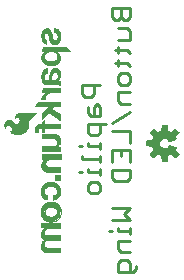
<source format=gbr>
G04 EAGLE Gerber RS-274X export*
G75*
%MOMM*%
%FSLAX34Y34*%
%LPD*%
%INSilkscreen Bottom*%
%IPPOS*%
%AMOC8*
5,1,8,0,0,1.08239X$1,22.5*%
G01*
%ADD10C,0.279400*%
%ADD11C,0.025400*%
%ADD12R,0.485100X0.495300*%

G36*
X144175Y140590D02*
X144175Y140590D01*
X144283Y140604D01*
X144295Y140610D01*
X144309Y140612D01*
X144405Y140664D01*
X144502Y140711D01*
X144512Y140721D01*
X144524Y140727D01*
X144598Y140807D01*
X144675Y140883D01*
X144681Y140895D01*
X144691Y140906D01*
X144736Y141004D01*
X144784Y141101D01*
X144788Y141119D01*
X144792Y141128D01*
X144794Y141149D01*
X144813Y141246D01*
X145256Y145597D01*
X146415Y145968D01*
X146433Y145978D01*
X146530Y146016D01*
X147612Y146573D01*
X151002Y143809D01*
X151096Y143755D01*
X151188Y143698D01*
X151201Y143695D01*
X151213Y143688D01*
X151320Y143667D01*
X151425Y143642D01*
X151439Y143644D01*
X151453Y143641D01*
X151560Y143656D01*
X151668Y143666D01*
X151681Y143672D01*
X151695Y143674D01*
X151792Y143722D01*
X151891Y143767D01*
X151904Y143778D01*
X151913Y143782D01*
X151928Y143798D01*
X152005Y143860D01*
X154590Y146445D01*
X154653Y146534D01*
X154719Y146619D01*
X154724Y146632D01*
X154732Y146644D01*
X154763Y146747D01*
X154799Y146850D01*
X154799Y146864D01*
X154803Y146877D01*
X154799Y146985D01*
X154800Y147094D01*
X154795Y147107D01*
X154795Y147121D01*
X154757Y147223D01*
X154722Y147325D01*
X154713Y147340D01*
X154709Y147349D01*
X154695Y147366D01*
X154641Y147448D01*
X151877Y150838D01*
X152434Y151920D01*
X152451Y151973D01*
X152477Y152022D01*
X152488Y152088D01*
X152509Y152152D01*
X152508Y152208D01*
X152517Y152262D01*
X152506Y152329D01*
X152505Y152396D01*
X152487Y152448D01*
X152478Y152503D01*
X152446Y152563D01*
X152423Y152626D01*
X152389Y152669D01*
X152363Y152719D01*
X152314Y152765D01*
X152272Y152817D01*
X152225Y152848D01*
X152185Y152886D01*
X152080Y152942D01*
X152067Y152950D01*
X152062Y152951D01*
X152055Y152955D01*
X146858Y155108D01*
X146759Y155131D01*
X146661Y155160D01*
X146640Y155159D01*
X146620Y155164D01*
X146519Y155154D01*
X146418Y155149D01*
X146398Y155142D01*
X146377Y155140D01*
X146285Y155098D01*
X146190Y155061D01*
X146174Y155048D01*
X146155Y155039D01*
X146081Y154970D01*
X146003Y154905D01*
X145987Y154882D01*
X145977Y154872D01*
X145965Y154851D01*
X145918Y154784D01*
X145412Y153885D01*
X144768Y153198D01*
X143980Y152683D01*
X143092Y152371D01*
X142155Y152279D01*
X141223Y152412D01*
X140349Y152763D01*
X139584Y153312D01*
X138971Y154026D01*
X138546Y154866D01*
X138332Y155783D01*
X138342Y156724D01*
X138576Y157636D01*
X139019Y158466D01*
X139648Y159167D01*
X140425Y159699D01*
X141306Y160030D01*
X142241Y160143D01*
X143158Y160035D01*
X144026Y159715D01*
X144795Y159201D01*
X145422Y158522D01*
X145917Y157638D01*
X145981Y157558D01*
X146041Y157475D01*
X146057Y157463D01*
X146070Y157447D01*
X146156Y157392D01*
X146239Y157332D01*
X146258Y157326D01*
X146275Y157316D01*
X146374Y157291D01*
X146473Y157261D01*
X146492Y157262D01*
X146512Y157257D01*
X146614Y157266D01*
X146716Y157269D01*
X146741Y157277D01*
X146755Y157278D01*
X146777Y157288D01*
X146858Y157312D01*
X152055Y159465D01*
X152102Y159494D01*
X152154Y159515D01*
X152205Y159558D01*
X152262Y159594D01*
X152297Y159637D01*
X152340Y159673D01*
X152374Y159730D01*
X152417Y159782D01*
X152436Y159834D01*
X152465Y159882D01*
X152479Y159948D01*
X152503Y160011D01*
X152505Y160066D01*
X152516Y160120D01*
X152509Y160187D01*
X152511Y160254D01*
X152495Y160308D01*
X152488Y160363D01*
X152444Y160474D01*
X152440Y160488D01*
X152437Y160492D01*
X152434Y160500D01*
X151877Y161582D01*
X154641Y164972D01*
X154695Y165066D01*
X154752Y165158D01*
X154755Y165171D01*
X154762Y165183D01*
X154783Y165290D01*
X154808Y165395D01*
X154806Y165409D01*
X154809Y165423D01*
X154794Y165530D01*
X154784Y165638D01*
X154778Y165651D01*
X154776Y165665D01*
X154728Y165762D01*
X154683Y165861D01*
X154672Y165874D01*
X154668Y165883D01*
X154652Y165898D01*
X154590Y165975D01*
X152005Y168560D01*
X151916Y168623D01*
X151831Y168689D01*
X151818Y168694D01*
X151806Y168702D01*
X151703Y168733D01*
X151600Y168769D01*
X151586Y168769D01*
X151573Y168773D01*
X151465Y168769D01*
X151356Y168770D01*
X151343Y168765D01*
X151329Y168765D01*
X151227Y168727D01*
X151125Y168692D01*
X151110Y168683D01*
X151101Y168679D01*
X151084Y168665D01*
X151002Y168611D01*
X147612Y165847D01*
X146530Y166404D01*
X146510Y166410D01*
X146415Y166452D01*
X145256Y166823D01*
X144813Y171174D01*
X144785Y171278D01*
X144760Y171384D01*
X144753Y171396D01*
X144750Y171409D01*
X144689Y171499D01*
X144632Y171592D01*
X144621Y171600D01*
X144613Y171612D01*
X144527Y171678D01*
X144443Y171747D01*
X144430Y171751D01*
X144419Y171760D01*
X144316Y171794D01*
X144215Y171833D01*
X144197Y171834D01*
X144188Y171838D01*
X144166Y171838D01*
X144068Y171847D01*
X140412Y171847D01*
X140305Y171830D01*
X140197Y171816D01*
X140185Y171810D01*
X140171Y171808D01*
X140075Y171756D01*
X139978Y171709D01*
X139968Y171699D01*
X139956Y171693D01*
X139882Y171613D01*
X139805Y171537D01*
X139799Y171525D01*
X139789Y171515D01*
X139744Y171416D01*
X139696Y171319D01*
X139692Y171301D01*
X139688Y171292D01*
X139686Y171271D01*
X139667Y171174D01*
X139224Y166823D01*
X138065Y166452D01*
X138047Y166442D01*
X137950Y166404D01*
X136868Y165847D01*
X133478Y168611D01*
X133384Y168665D01*
X133292Y168722D01*
X133279Y168725D01*
X133267Y168732D01*
X133160Y168753D01*
X133055Y168778D01*
X133041Y168776D01*
X133027Y168779D01*
X132920Y168764D01*
X132812Y168754D01*
X132799Y168748D01*
X132786Y168746D01*
X132688Y168698D01*
X132589Y168653D01*
X132576Y168642D01*
X132567Y168638D01*
X132552Y168622D01*
X132475Y168560D01*
X129890Y165975D01*
X129827Y165886D01*
X129761Y165801D01*
X129756Y165788D01*
X129748Y165776D01*
X129717Y165673D01*
X129681Y165570D01*
X129681Y165556D01*
X129677Y165543D01*
X129681Y165435D01*
X129680Y165326D01*
X129685Y165313D01*
X129685Y165299D01*
X129723Y165197D01*
X129758Y165095D01*
X129767Y165080D01*
X129771Y165071D01*
X129785Y165054D01*
X129839Y164972D01*
X132603Y161582D01*
X132046Y160500D01*
X132040Y160480D01*
X131998Y160385D01*
X131627Y159226D01*
X127276Y158783D01*
X127172Y158755D01*
X127066Y158730D01*
X127054Y158723D01*
X127041Y158720D01*
X126951Y158659D01*
X126858Y158602D01*
X126850Y158591D01*
X126838Y158583D01*
X126772Y158497D01*
X126704Y158413D01*
X126699Y158400D01*
X126690Y158389D01*
X126656Y158286D01*
X126617Y158185D01*
X126616Y158167D01*
X126612Y158158D01*
X126613Y158136D01*
X126603Y158038D01*
X126603Y154382D01*
X126620Y154275D01*
X126634Y154167D01*
X126640Y154155D01*
X126642Y154141D01*
X126694Y154045D01*
X126741Y153948D01*
X126751Y153938D01*
X126757Y153926D01*
X126837Y153852D01*
X126913Y153775D01*
X126925Y153769D01*
X126936Y153759D01*
X127034Y153714D01*
X127131Y153666D01*
X127149Y153662D01*
X127158Y153658D01*
X127179Y153656D01*
X127276Y153637D01*
X131627Y153194D01*
X131998Y152035D01*
X132008Y152017D01*
X132046Y151920D01*
X132603Y150838D01*
X129839Y147448D01*
X129785Y147354D01*
X129728Y147262D01*
X129725Y147249D01*
X129718Y147237D01*
X129697Y147130D01*
X129672Y147025D01*
X129674Y147011D01*
X129671Y146997D01*
X129686Y146890D01*
X129696Y146782D01*
X129702Y146769D01*
X129704Y146756D01*
X129752Y146658D01*
X129797Y146559D01*
X129808Y146546D01*
X129812Y146537D01*
X129828Y146522D01*
X129890Y146445D01*
X132475Y143860D01*
X132564Y143797D01*
X132649Y143731D01*
X132662Y143726D01*
X132674Y143718D01*
X132777Y143687D01*
X132880Y143651D01*
X132894Y143651D01*
X132907Y143647D01*
X133015Y143651D01*
X133124Y143650D01*
X133137Y143655D01*
X133151Y143655D01*
X133253Y143693D01*
X133355Y143728D01*
X133370Y143737D01*
X133379Y143741D01*
X133396Y143755D01*
X133478Y143809D01*
X136868Y146573D01*
X137950Y146016D01*
X137970Y146010D01*
X138065Y145968D01*
X139224Y145597D01*
X139667Y141246D01*
X139695Y141142D01*
X139720Y141036D01*
X139727Y141024D01*
X139730Y141011D01*
X139791Y140921D01*
X139848Y140828D01*
X139859Y140820D01*
X139867Y140808D01*
X139953Y140742D01*
X140037Y140674D01*
X140050Y140669D01*
X140061Y140660D01*
X140164Y140626D01*
X140265Y140587D01*
X140283Y140586D01*
X140292Y140582D01*
X140314Y140583D01*
X140412Y140573D01*
X144068Y140573D01*
X144175Y140590D01*
G37*
G36*
X18166Y163115D02*
X18166Y163115D01*
X18178Y163112D01*
X20085Y163400D01*
X20095Y163406D01*
X20107Y163406D01*
X21931Y164034D01*
X21940Y164041D01*
X21952Y164043D01*
X23633Y164990D01*
X23639Y164998D01*
X23650Y165001D01*
X24757Y165886D01*
X24761Y165894D01*
X24770Y165898D01*
X24797Y165926D01*
X25273Y166431D01*
X25742Y166929D01*
X25744Y166935D01*
X25746Y166936D01*
X25748Y166939D01*
X25753Y166943D01*
X26570Y168100D01*
X26572Y168110D01*
X26580Y168118D01*
X27180Y169348D01*
X27181Y169359D01*
X27189Y169369D01*
X27557Y170688D01*
X27555Y170699D01*
X27561Y170710D01*
X27685Y172074D01*
X27684Y172077D01*
X27684Y172078D01*
X27683Y172080D01*
X27685Y172085D01*
X27685Y174360D01*
X27750Y174728D01*
X27877Y175079D01*
X28466Y176069D01*
X29248Y176923D01*
X34730Y181795D01*
X34732Y181799D01*
X34737Y181801D01*
X34753Y181843D01*
X34772Y181884D01*
X34770Y181888D01*
X34772Y181893D01*
X34753Y181934D01*
X34738Y181976D01*
X34733Y181978D01*
X34731Y181982D01*
X34658Y182011D01*
X34647Y182015D01*
X34646Y182015D01*
X19482Y182015D01*
X19477Y182013D01*
X19471Y182015D01*
X18640Y181945D01*
X18629Y181939D01*
X18614Y181940D01*
X17815Y181700D01*
X17805Y181692D01*
X17791Y181690D01*
X17059Y181289D01*
X17051Y181279D01*
X17038Y181274D01*
X16488Y180804D01*
X16483Y180793D01*
X16471Y180786D01*
X16026Y180216D01*
X16023Y180204D01*
X16013Y180194D01*
X15692Y179546D01*
X15691Y179534D01*
X15683Y179522D01*
X15499Y178823D01*
X15501Y178812D01*
X15495Y178801D01*
X15422Y177861D01*
X15425Y177852D01*
X15422Y177841D01*
X15495Y176901D01*
X15497Y176897D01*
X15496Y176891D01*
X15572Y176408D01*
X15597Y176369D01*
X15618Y176329D01*
X15622Y176328D01*
X15624Y176325D01*
X15669Y176315D01*
X15713Y176303D01*
X15717Y176305D01*
X15721Y176304D01*
X15759Y176329D01*
X15798Y176353D01*
X15799Y176357D01*
X15803Y176359D01*
X15811Y176400D01*
X15823Y176440D01*
X15807Y176598D01*
X15835Y176736D01*
X15906Y176869D01*
X16505Y177693D01*
X16603Y177794D01*
X16619Y177811D01*
X16757Y177883D01*
X17172Y177976D01*
X17600Y177976D01*
X18016Y177883D01*
X18420Y177677D01*
X18748Y177364D01*
X19113Y176758D01*
X19320Y176080D01*
X19355Y175369D01*
X19258Y174759D01*
X19060Y174173D01*
X18767Y173630D01*
X18402Y173205D01*
X17942Y172890D01*
X17417Y172704D01*
X16861Y172661D01*
X16313Y172763D01*
X15810Y173003D01*
X15375Y173373D01*
X13834Y174826D01*
X13824Y174829D01*
X13818Y174838D01*
X12060Y176025D01*
X12047Y176027D01*
X12037Y176037D01*
X11349Y176317D01*
X11334Y176316D01*
X11319Y176325D01*
X10584Y176424D01*
X10569Y176420D01*
X10552Y176425D01*
X9815Y176338D01*
X9802Y176330D01*
X9784Y176330D01*
X9092Y176063D01*
X9081Y176052D01*
X9064Y176048D01*
X8461Y175617D01*
X8454Y175607D01*
X8442Y175601D01*
X8294Y175445D01*
X8294Y175444D01*
X8055Y175192D01*
X7817Y174940D01*
X7816Y174940D01*
X7784Y174905D01*
X7781Y174897D01*
X7773Y174892D01*
X7213Y174115D01*
X7210Y174105D01*
X7202Y174097D01*
X6814Y173317D01*
X6813Y173305D01*
X6805Y173294D01*
X6574Y172454D01*
X6575Y172442D01*
X6569Y172430D01*
X6503Y171562D01*
X6507Y171552D01*
X6503Y171540D01*
X6589Y170640D01*
X6593Y170631D01*
X6592Y170621D01*
X6812Y169743D01*
X6818Y169735D01*
X6819Y169723D01*
X6920Y169495D01*
X7072Y169139D01*
X7072Y169138D01*
X7293Y168634D01*
X7304Y168624D01*
X7309Y168607D01*
X7647Y168172D01*
X7654Y168169D01*
X7658Y168161D01*
X7683Y168136D01*
X7684Y168133D01*
X7776Y168098D01*
X7865Y168139D01*
X7898Y168224D01*
X7898Y168827D01*
X7956Y169338D01*
X8094Y169828D01*
X8349Y170309D01*
X8719Y170704D01*
X9179Y170990D01*
X9698Y171147D01*
X10001Y171159D01*
X10301Y171100D01*
X10795Y170894D01*
X11253Y170611D01*
X11663Y170260D01*
X12017Y169848D01*
X12668Y168946D01*
X12917Y168458D01*
X13015Y167929D01*
X12957Y167390D01*
X12892Y167216D01*
X12643Y166855D01*
X12304Y166581D01*
X12202Y166537D01*
X12081Y166521D01*
X11201Y166521D01*
X11160Y166504D01*
X11118Y166490D01*
X11116Y166485D01*
X11110Y166483D01*
X11094Y166442D01*
X11075Y166402D01*
X11077Y166396D01*
X11075Y166391D01*
X11087Y166364D01*
X11103Y166315D01*
X12024Y165189D01*
X12036Y165183D01*
X12043Y165171D01*
X13180Y164264D01*
X13191Y164261D01*
X13199Y164252D01*
X14133Y163750D01*
X14143Y163749D01*
X14151Y163743D01*
X15149Y163385D01*
X15158Y163385D01*
X15167Y163380D01*
X16206Y163173D01*
X16217Y163175D01*
X16227Y163171D01*
X18155Y163111D01*
X18166Y163115D01*
G37*
G36*
X48216Y221641D02*
X48216Y221641D01*
X48226Y221646D01*
X48238Y221644D01*
X49614Y221967D01*
X49623Y221974D01*
X49635Y221974D01*
X50935Y222530D01*
X50943Y222538D01*
X50954Y222540D01*
X52139Y223312D01*
X52145Y223321D01*
X52156Y223326D01*
X52863Y223983D01*
X52867Y223993D01*
X52877Y223999D01*
X53462Y224767D01*
X53464Y224778D01*
X53473Y224785D01*
X53919Y225641D01*
X53920Y225652D01*
X53928Y225661D01*
X54222Y226580D01*
X54221Y226590D01*
X54227Y226600D01*
X54416Y227812D01*
X54414Y227821D01*
X54417Y227830D01*
X54434Y229057D01*
X54431Y229065D01*
X54433Y229075D01*
X54278Y230292D01*
X54273Y230302D01*
X54273Y230314D01*
X54009Y231158D01*
X54001Y231168D01*
X53998Y231183D01*
X53561Y231952D01*
X53551Y231960D01*
X53546Y231974D01*
X52956Y232634D01*
X52944Y232640D01*
X52936Y232652D01*
X52220Y233172D01*
X52218Y233173D01*
X63322Y233173D01*
X63366Y233191D01*
X63410Y233208D01*
X63410Y233210D01*
X63413Y233211D01*
X63430Y233255D01*
X63448Y233299D01*
X63447Y233301D01*
X63448Y233303D01*
X63439Y233324D01*
X63416Y233384D01*
X59682Y237524D01*
X59676Y237526D01*
X59673Y237532D01*
X59613Y237556D01*
X59593Y237565D01*
X59590Y237564D01*
X59588Y237565D01*
X39014Y237565D01*
X38977Y237550D01*
X38938Y237540D01*
X38932Y237531D01*
X38923Y237527D01*
X38912Y237499D01*
X38890Y237463D01*
X38154Y233577D01*
X38157Y233562D01*
X38152Y233547D01*
X38167Y233515D01*
X38175Y233480D01*
X38188Y233472D01*
X38194Y233459D01*
X38233Y233444D01*
X38258Y233428D01*
X38269Y233431D01*
X38280Y233427D01*
X40197Y233451D01*
X40048Y233317D01*
X40047Y233316D01*
X40046Y233316D01*
X39081Y232427D01*
X39079Y232421D01*
X39072Y232417D01*
X38771Y232074D01*
X38767Y232063D01*
X38757Y232055D01*
X38524Y231661D01*
X38523Y231652D01*
X38516Y231644D01*
X37983Y230323D01*
X37983Y230312D01*
X37977Y230302D01*
X37875Y229820D01*
X37877Y229808D01*
X37872Y229796D01*
X37847Y227815D01*
X37851Y227804D01*
X37849Y227792D01*
X38032Y226707D01*
X38039Y226697D01*
X38039Y226683D01*
X38439Y225658D01*
X38447Y225651D01*
X38449Y225639D01*
X38990Y224737D01*
X38996Y224732D01*
X38999Y224723D01*
X39652Y223899D01*
X39662Y223893D01*
X39667Y223883D01*
X40557Y223091D01*
X40570Y223087D01*
X40579Y223075D01*
X41620Y222496D01*
X41632Y222494D01*
X41643Y222486D01*
X43756Y221812D01*
X43767Y221813D01*
X43778Y221807D01*
X45978Y221524D01*
X45989Y221527D01*
X46001Y221523D01*
X48216Y221641D01*
G37*
G36*
X53977Y63502D02*
X53977Y63502D01*
X53979Y63501D01*
X54022Y63521D01*
X54066Y63539D01*
X54066Y63541D01*
X54068Y63542D01*
X54101Y63627D01*
X54101Y67869D01*
X54100Y67871D01*
X54101Y67873D01*
X54081Y67916D01*
X54063Y67960D01*
X54061Y67960D01*
X54060Y67962D01*
X53975Y67995D01*
X43696Y67995D01*
X42816Y68102D01*
X41994Y68414D01*
X41611Y68675D01*
X41297Y69018D01*
X41071Y69424D01*
X40943Y69872D01*
X40875Y70776D01*
X40967Y71679D01*
X41093Y72089D01*
X41303Y72461D01*
X41589Y72779D01*
X42117Y73164D01*
X42712Y73437D01*
X43351Y73586D01*
X44454Y73661D01*
X53975Y73661D01*
X53977Y73662D01*
X53979Y73661D01*
X54022Y73681D01*
X54066Y73699D01*
X54066Y73701D01*
X54068Y73702D01*
X54101Y73787D01*
X54101Y78105D01*
X54100Y78107D01*
X54101Y78109D01*
X54081Y78152D01*
X54063Y78196D01*
X54061Y78196D01*
X54060Y78198D01*
X53975Y78231D01*
X43416Y78231D01*
X42753Y78311D01*
X42134Y78542D01*
X41587Y78912D01*
X41269Y79259D01*
X41036Y79668D01*
X40900Y80118D01*
X40869Y80595D01*
X40918Y81443D01*
X41000Y81883D01*
X41178Y82287D01*
X41444Y82642D01*
X42388Y83461D01*
X42926Y83745D01*
X43517Y83876D01*
X44139Y83846D01*
X44142Y83847D01*
X44145Y83846D01*
X53950Y83846D01*
X53952Y83847D01*
X53954Y83846D01*
X53997Y83866D01*
X54041Y83884D01*
X54041Y83886D01*
X54043Y83887D01*
X54076Y83972D01*
X54076Y88290D01*
X54075Y88292D01*
X54076Y88294D01*
X54056Y88337D01*
X54038Y88381D01*
X54036Y88381D01*
X54035Y88383D01*
X53950Y88416D01*
X37897Y88416D01*
X37895Y88415D01*
X37893Y88416D01*
X37850Y88396D01*
X37806Y88378D01*
X37806Y88376D01*
X37804Y88375D01*
X37771Y88290D01*
X37771Y84303D01*
X37772Y84301D01*
X37771Y84299D01*
X37791Y84256D01*
X37809Y84212D01*
X37811Y84212D01*
X37812Y84210D01*
X37897Y84177D01*
X39950Y84177D01*
X39943Y84146D01*
X39547Y83844D01*
X39544Y83838D01*
X39536Y83835D01*
X38749Y83073D01*
X38746Y83065D01*
X38739Y83061D01*
X38127Y82299D01*
X38123Y82285D01*
X38110Y82273D01*
X37706Y81383D01*
X37706Y81371D01*
X37698Y81360D01*
X37444Y80268D01*
X37446Y80259D01*
X37441Y80251D01*
X37314Y78879D01*
X37317Y78869D01*
X37314Y78858D01*
X37384Y77901D01*
X37389Y77891D01*
X37388Y77889D01*
X37389Y77887D01*
X37388Y77876D01*
X37649Y76953D01*
X37656Y76943D01*
X37658Y76930D01*
X38061Y76140D01*
X38070Y76132D01*
X38074Y76119D01*
X38620Y75421D01*
X38631Y75415D01*
X38637Y75403D01*
X39306Y74821D01*
X39318Y74818D01*
X39326Y74807D01*
X39984Y74427D01*
X39942Y74385D01*
X39461Y73930D01*
X39460Y73927D01*
X39457Y73926D01*
X38698Y73138D01*
X38695Y73129D01*
X38686Y73124D01*
X38048Y72235D01*
X38046Y72224D01*
X38038Y72216D01*
X37644Y71411D01*
X37644Y71399D01*
X37636Y71388D01*
X37404Y70523D01*
X37406Y70511D01*
X37400Y70499D01*
X37339Y69605D01*
X37342Y69596D01*
X37339Y69585D01*
X37446Y68306D01*
X37450Y68299D01*
X37448Y68292D01*
X37697Y67032D01*
X37703Y67023D01*
X37703Y67011D01*
X38029Y66145D01*
X38039Y66135D01*
X38042Y66120D01*
X38549Y65346D01*
X38561Y65339D01*
X38567Y65325D01*
X39231Y64679D01*
X39242Y64675D01*
X39245Y64670D01*
X39248Y64669D01*
X39252Y64663D01*
X40191Y64075D01*
X40204Y64073D01*
X40214Y64063D01*
X41253Y63677D01*
X41266Y63678D01*
X41278Y63671D01*
X42374Y63502D01*
X42383Y63505D01*
X42393Y63501D01*
X53975Y63501D01*
X53977Y63502D01*
G37*
G36*
X53978Y204863D02*
X53978Y204863D01*
X54004Y204864D01*
X54021Y204883D01*
X54043Y204893D01*
X54054Y204920D01*
X54070Y204938D01*
X54068Y204957D01*
X54076Y204978D01*
X54076Y209012D01*
X54079Y209048D01*
X54070Y209076D01*
X54066Y209116D01*
X54047Y209153D01*
X54025Y209172D01*
X54001Y209204D01*
X53965Y209226D01*
X53948Y209228D01*
X53932Y209240D01*
X53652Y209316D01*
X53649Y209315D01*
X53646Y209317D01*
X52617Y209544D01*
X52594Y209554D01*
X52588Y209560D01*
X52586Y209568D01*
X52587Y209577D01*
X52603Y209601D01*
X53306Y210428D01*
X53310Y210439D01*
X53320Y210448D01*
X53860Y211399D01*
X53861Y211410D01*
X53870Y211420D01*
X54222Y212455D01*
X54221Y212467D01*
X54227Y212477D01*
X54468Y214095D01*
X54465Y214105D01*
X54469Y214116D01*
X54431Y215751D01*
X54426Y215762D01*
X54428Y215776D01*
X54120Y217148D01*
X54112Y217159D01*
X54111Y217174D01*
X53505Y218443D01*
X53495Y218452D01*
X53491Y218466D01*
X53149Y218914D01*
X53139Y218920D01*
X53133Y218932D01*
X52713Y219309D01*
X52702Y219313D01*
X52694Y219323D01*
X52211Y219615D01*
X52200Y219617D01*
X52190Y219625D01*
X51197Y219998D01*
X51186Y219998D01*
X51175Y220004D01*
X50131Y220193D01*
X50120Y220190D01*
X50108Y220195D01*
X49047Y220192D01*
X49035Y220187D01*
X49020Y220189D01*
X48079Y219983D01*
X48067Y219974D01*
X48050Y219973D01*
X47188Y219544D01*
X47179Y219534D01*
X47164Y219529D01*
X46555Y219031D01*
X46549Y219020D01*
X46537Y219013D01*
X46039Y218403D01*
X46036Y218391D01*
X46025Y218382D01*
X45659Y217686D01*
X45658Y217675D01*
X45651Y217666D01*
X45167Y216181D01*
X45168Y216173D01*
X45163Y216164D01*
X44885Y214627D01*
X44886Y214623D01*
X44883Y214618D01*
X44655Y212412D01*
X44429Y211106D01*
X44264Y210637D01*
X44018Y210209D01*
X43757Y209925D01*
X43670Y209865D01*
X43573Y209823D01*
X43052Y209712D01*
X42521Y209712D01*
X42000Y209823D01*
X41686Y209962D01*
X41407Y210161D01*
X41173Y210414D01*
X40980Y210728D01*
X40852Y211074D01*
X40791Y211443D01*
X40741Y212798D01*
X40795Y213385D01*
X40960Y213946D01*
X41215Y214410D01*
X41571Y214800D01*
X42009Y215095D01*
X42504Y215279D01*
X43036Y215342D01*
X43078Y215342D01*
X43080Y215343D01*
X43082Y215342D01*
X43125Y215362D01*
X43169Y215380D01*
X43169Y215382D01*
X43171Y215383D01*
X43204Y215468D01*
X43204Y219609D01*
X43206Y219610D01*
X43216Y219652D01*
X43230Y219694D01*
X43227Y219700D01*
X43228Y219706D01*
X43212Y219731D01*
X43192Y219776D01*
X43166Y219801D01*
X43123Y219817D01*
X43074Y219836D01*
X43031Y219816D01*
X42988Y219797D01*
X42097Y219675D01*
X42086Y219669D01*
X42071Y219669D01*
X41130Y219335D01*
X41120Y219326D01*
X41106Y219323D01*
X40253Y218804D01*
X40245Y218793D01*
X40232Y218788D01*
X39502Y218105D01*
X39497Y218093D01*
X39485Y218085D01*
X38911Y217268D01*
X38908Y217256D01*
X38899Y217247D01*
X38370Y216089D01*
X38370Y216079D01*
X38363Y216070D01*
X38029Y214841D01*
X38030Y214832D01*
X38026Y214823D01*
X37812Y213083D01*
X37815Y213075D01*
X37812Y213067D01*
X37820Y211313D01*
X37823Y211306D01*
X37821Y211297D01*
X38051Y209558D01*
X38056Y209550D01*
X38055Y209539D01*
X38480Y208125D01*
X38488Y208116D01*
X38489Y208102D01*
X39183Y206799D01*
X39193Y206790D01*
X39198Y206776D01*
X39681Y206214D01*
X39695Y206207D01*
X39704Y206193D01*
X40309Y205766D01*
X40324Y205763D01*
X40336Y205751D01*
X41027Y205484D01*
X41042Y205485D01*
X41057Y205477D01*
X41793Y205386D01*
X41800Y205388D01*
X41808Y205385D01*
X46634Y205385D01*
X46636Y205386D01*
X46638Y205385D01*
X46653Y205392D01*
X46737Y205360D01*
X51075Y205385D01*
X52412Y205283D01*
X53707Y204934D01*
X53906Y204860D01*
X53931Y204861D01*
X53954Y204852D01*
X53978Y204863D01*
G37*
G36*
X54015Y175418D02*
X54015Y175418D01*
X54027Y175416D01*
X54058Y175438D01*
X54094Y175455D01*
X54098Y175466D01*
X54107Y175472D01*
X54112Y175502D01*
X54126Y175540D01*
X54101Y180620D01*
X54094Y180637D01*
X54096Y180655D01*
X54074Y180684D01*
X54062Y180710D01*
X54050Y180715D01*
X54040Y180727D01*
X47062Y184960D01*
X47268Y185172D01*
X47390Y185299D01*
X47513Y185425D01*
X47881Y185804D01*
X48004Y185930D01*
X48127Y186056D01*
X48495Y186435D01*
X48617Y186561D01*
X48669Y186615D01*
X54077Y186615D01*
X54079Y186616D01*
X54081Y186615D01*
X54124Y186635D01*
X54168Y186653D01*
X54168Y186655D01*
X54170Y186656D01*
X54203Y186741D01*
X54203Y190881D01*
X54202Y190884D01*
X54203Y190887D01*
X54166Y190970D01*
X54115Y191021D01*
X54112Y191023D01*
X54111Y191025D01*
X54026Y191058D01*
X34696Y191058D01*
X34677Y191050D01*
X34657Y191052D01*
X34630Y191031D01*
X34605Y191020D01*
X34600Y191006D01*
X34586Y190995D01*
X32224Y186855D01*
X32220Y186820D01*
X32208Y186788D01*
X32215Y186773D01*
X32213Y186757D01*
X32235Y186730D01*
X32249Y186699D01*
X32265Y186692D01*
X32275Y186680D01*
X32302Y186678D01*
X32334Y186666D01*
X43764Y186666D01*
X38290Y181191D01*
X38289Y181188D01*
X38286Y181187D01*
X38253Y181102D01*
X38253Y176428D01*
X38253Y176426D01*
X38253Y176425D01*
X38273Y176381D01*
X38291Y176337D01*
X38293Y176337D01*
X38294Y176335D01*
X38338Y176319D01*
X38383Y176302D01*
X38385Y176303D01*
X38386Y176302D01*
X38469Y176340D01*
X44035Y182031D01*
X53930Y175434D01*
X53968Y175427D01*
X54005Y175413D01*
X54015Y175418D01*
G37*
G36*
X53977Y149202D02*
X53977Y149202D01*
X53979Y149201D01*
X54022Y149221D01*
X54066Y149239D01*
X54066Y149241D01*
X54068Y149242D01*
X54101Y149327D01*
X54101Y153340D01*
X54100Y153342D01*
X54101Y153344D01*
X54081Y153387D01*
X54063Y153431D01*
X54061Y153431D01*
X54060Y153433D01*
X53975Y153466D01*
X51918Y153466D01*
X52559Y153973D01*
X52563Y153981D01*
X52572Y153985D01*
X52621Y154037D01*
X52741Y154163D01*
X52861Y154289D01*
X52980Y154415D01*
X53100Y154542D01*
X53220Y154668D01*
X53340Y154794D01*
X53357Y154812D01*
X53360Y154821D01*
X53368Y154826D01*
X54027Y155756D01*
X54029Y155765D01*
X54037Y155773D01*
X54160Y156018D01*
X54160Y156029D01*
X54167Y156038D01*
X54248Y156300D01*
X54247Y156309D01*
X54252Y156318D01*
X54476Y157796D01*
X54473Y157804D01*
X54477Y157812D01*
X54507Y159306D01*
X54503Y159316D01*
X54506Y159327D01*
X54359Y160360D01*
X54353Y160371D01*
X54353Y160384D01*
X54010Y161370D01*
X54002Y161379D01*
X54000Y161392D01*
X53474Y162294D01*
X53464Y162301D01*
X53459Y162314D01*
X53231Y162568D01*
X53220Y162574D01*
X53212Y162585D01*
X52327Y163246D01*
X52316Y163248D01*
X52307Y163258D01*
X51317Y163746D01*
X51305Y163746D01*
X51295Y163754D01*
X50232Y164054D01*
X50221Y164052D01*
X50209Y164058D01*
X49110Y164159D01*
X49104Y164157D01*
X49098Y164159D01*
X38303Y164159D01*
X38301Y164158D01*
X38299Y164159D01*
X38256Y164139D01*
X38212Y164121D01*
X38212Y164119D01*
X38210Y164118D01*
X38177Y164033D01*
X38177Y159893D01*
X38178Y159891D01*
X38177Y159889D01*
X38197Y159846D01*
X38215Y159802D01*
X38217Y159802D01*
X38218Y159800D01*
X38303Y159767D01*
X48300Y159767D01*
X49130Y159618D01*
X49898Y159275D01*
X50260Y159003D01*
X50561Y158662D01*
X50786Y158267D01*
X51009Y157578D01*
X51089Y156859D01*
X51022Y156138D01*
X50810Y155447D01*
X50522Y154937D01*
X50125Y154506D01*
X49640Y154179D01*
X49090Y153970D01*
X47886Y153745D01*
X46656Y153669D01*
X38354Y153669D01*
X38352Y153668D01*
X38350Y153669D01*
X38307Y153649D01*
X38263Y153631D01*
X38263Y153629D01*
X38261Y153628D01*
X38228Y153543D01*
X38228Y149327D01*
X38229Y149325D01*
X38228Y149323D01*
X38248Y149280D01*
X38266Y149236D01*
X38268Y149236D01*
X38269Y149234D01*
X38354Y149201D01*
X53975Y149201D01*
X53977Y149202D01*
G37*
G36*
X53952Y132057D02*
X53952Y132057D01*
X53954Y132056D01*
X53997Y132076D01*
X54041Y132094D01*
X54041Y132096D01*
X54043Y132097D01*
X54076Y132182D01*
X54076Y136271D01*
X54075Y136273D01*
X54076Y136275D01*
X54056Y136318D01*
X54038Y136362D01*
X54036Y136362D01*
X54035Y136364D01*
X53950Y136397D01*
X44304Y136397D01*
X43586Y136462D01*
X42898Y136653D01*
X42256Y136963D01*
X41869Y137259D01*
X41560Y137633D01*
X41343Y138068D01*
X41266Y138368D01*
X41249Y138684D01*
X41299Y139789D01*
X41386Y140345D01*
X41590Y140861D01*
X41904Y141318D01*
X42473Y141835D01*
X43152Y142198D01*
X43902Y142415D01*
X44685Y142495D01*
X54051Y142495D01*
X54053Y142496D01*
X54055Y142495D01*
X54098Y142515D01*
X54142Y142533D01*
X54142Y142535D01*
X54144Y142536D01*
X54177Y142621D01*
X54177Y146837D01*
X54176Y146839D01*
X54177Y146841D01*
X54157Y146884D01*
X54139Y146928D01*
X54137Y146928D01*
X54136Y146930D01*
X54051Y146963D01*
X38329Y146963D01*
X38327Y146962D01*
X38325Y146963D01*
X38282Y146943D01*
X38238Y146925D01*
X38238Y146923D01*
X38236Y146922D01*
X38203Y146837D01*
X38203Y142799D01*
X38204Y142797D01*
X38203Y142795D01*
X38223Y142752D01*
X38241Y142708D01*
X38243Y142708D01*
X38244Y142706D01*
X38329Y142673D01*
X40397Y142673D01*
X40368Y142631D01*
X40232Y142517D01*
X39854Y142240D01*
X39852Y142236D01*
X39847Y142234D01*
X39374Y141832D01*
X39370Y141825D01*
X39362Y141821D01*
X38946Y141360D01*
X38943Y141350D01*
X38933Y141342D01*
X38366Y140444D01*
X38363Y140431D01*
X38354Y140420D01*
X37985Y139424D01*
X37985Y139411D01*
X37978Y139398D01*
X37823Y138346D01*
X37826Y138336D01*
X37822Y138325D01*
X37830Y137986D01*
X37830Y137985D01*
X37852Y137102D01*
X37862Y136723D01*
X37872Y136319D01*
X37876Y136309D01*
X37874Y136296D01*
X38080Y135319D01*
X38088Y135307D01*
X38089Y135291D01*
X38511Y134386D01*
X38522Y134377D01*
X38526Y134362D01*
X39144Y133577D01*
X39155Y133571D01*
X39161Y133559D01*
X39736Y133070D01*
X39747Y133067D01*
X39754Y133057D01*
X40403Y132673D01*
X40414Y132671D01*
X40423Y132663D01*
X41128Y132394D01*
X41137Y132394D01*
X41146Y132389D01*
X42253Y132149D01*
X42262Y132151D01*
X42270Y132147D01*
X43399Y132056D01*
X43404Y132058D01*
X43409Y132056D01*
X53950Y132056D01*
X53952Y132057D01*
G37*
G36*
X47564Y90248D02*
X47564Y90248D01*
X47572Y90252D01*
X47583Y90251D01*
X50047Y90937D01*
X50061Y90948D01*
X50080Y90952D01*
X51375Y91765D01*
X51384Y91777D01*
X51399Y91785D01*
X52542Y92979D01*
X52546Y92988D01*
X52554Y92993D01*
X53341Y94110D01*
X53345Y94127D01*
X53357Y94142D01*
X53992Y95996D01*
X53991Y96010D01*
X53999Y96024D01*
X54253Y98539D01*
X54248Y98553D01*
X54252Y98569D01*
X53846Y101566D01*
X53834Y101587D01*
X53828Y101616D01*
X52050Y104461D01*
X52038Y104470D01*
X52033Y104479D01*
X52024Y104482D01*
X52011Y104500D01*
X49522Y106100D01*
X49499Y106104D01*
X49474Y106119D01*
X45588Y106729D01*
X45566Y106723D01*
X45540Y106727D01*
X41984Y105914D01*
X41963Y105899D01*
X41934Y105890D01*
X39216Y103756D01*
X39204Y103734D01*
X39181Y103713D01*
X37504Y100335D01*
X37503Y100315D01*
X37492Y100294D01*
X37315Y98821D01*
X37317Y98814D01*
X37314Y98806D01*
X37314Y98755D01*
X37322Y98735D01*
X37323Y98709D01*
X37373Y98582D01*
X37393Y98561D01*
X37405Y98535D01*
X37427Y98526D01*
X37442Y98511D01*
X37465Y98512D01*
X37490Y98502D01*
X40411Y98502D01*
X40451Y98519D01*
X40492Y98531D01*
X40496Y98538D01*
X40502Y98540D01*
X40513Y98568D01*
X40536Y98611D01*
X40686Y99706D01*
X41321Y100854D01*
X42405Y101642D01*
X43294Y102038D01*
X44768Y102312D01*
X46627Y102363D01*
X47876Y102188D01*
X49024Y101813D01*
X50051Y101275D01*
X51059Y99627D01*
X51281Y97879D01*
X50689Y96128D01*
X49708Y95049D01*
X48498Y94506D01*
X46950Y94131D01*
X45525Y94131D01*
X43596Y94382D01*
X41984Y95126D01*
X41175Y95960D01*
X40662Y96913D01*
X40563Y98100D01*
X40563Y98196D01*
X40562Y98199D01*
X40563Y98202D01*
X40543Y98244D01*
X40525Y98287D01*
X40522Y98288D01*
X40520Y98291D01*
X40435Y98322D01*
X40433Y98322D01*
X37463Y98272D01*
X37454Y98268D01*
X37445Y98271D01*
X37410Y98249D01*
X37373Y98232D01*
X37370Y98224D01*
X37362Y98219D01*
X37349Y98167D01*
X37339Y98140D01*
X37341Y98135D01*
X37340Y98130D01*
X37594Y96123D01*
X37600Y96112D01*
X37600Y96098D01*
X38159Y94472D01*
X38170Y94460D01*
X38174Y94441D01*
X39545Y92460D01*
X39558Y92452D01*
X39567Y92436D01*
X40837Y91344D01*
X40853Y91339D01*
X40868Y91325D01*
X43205Y90284D01*
X43222Y90283D01*
X43240Y90274D01*
X45425Y89994D01*
X45440Y89998D01*
X45456Y89994D01*
X47564Y90248D01*
G37*
G36*
X50174Y239472D02*
X50174Y239472D01*
X50182Y239476D01*
X50192Y239475D01*
X50856Y239618D01*
X50866Y239624D01*
X50879Y239625D01*
X51504Y239891D01*
X51513Y239899D01*
X51525Y239902D01*
X52089Y240281D01*
X52096Y240291D01*
X52107Y240296D01*
X52850Y241022D01*
X52854Y241032D01*
X52865Y241038D01*
X53471Y241882D01*
X53473Y241892D01*
X53482Y241901D01*
X53933Y242836D01*
X53934Y242847D01*
X53941Y242857D01*
X54224Y243857D01*
X54222Y243865D01*
X54227Y243874D01*
X54409Y245188D01*
X54408Y245195D01*
X54410Y245201D01*
X54457Y246528D01*
X54455Y246534D01*
X54457Y246541D01*
X54279Y249107D01*
X54274Y249116D01*
X54276Y249126D01*
X54064Y250047D01*
X54056Y250058D01*
X54055Y250072D01*
X53658Y250929D01*
X53651Y250935D01*
X53649Y250944D01*
X52887Y252138D01*
X52881Y252143D01*
X52878Y252151D01*
X52447Y252666D01*
X52436Y252671D01*
X52430Y252683D01*
X51906Y253103D01*
X51895Y253107D01*
X51886Y253117D01*
X51290Y253426D01*
X51281Y253427D01*
X51273Y253434D01*
X50003Y253866D01*
X49993Y253865D01*
X49984Y253870D01*
X49400Y253972D01*
X49393Y253971D01*
X49387Y253974D01*
X49031Y253999D01*
X49024Y253997D01*
X49018Y253999D01*
X48992Y253987D01*
X48962Y253984D01*
X48961Y253983D01*
X48960Y253983D01*
X48951Y253972D01*
X48938Y253967D01*
X48935Y253961D01*
X48929Y253958D01*
X48917Y253928D01*
X48901Y253908D01*
X48901Y253906D01*
X48900Y253905D01*
X48901Y253890D01*
X48896Y253878D01*
X48897Y253876D01*
X48896Y253873D01*
X48896Y250012D01*
X48897Y250010D01*
X48896Y250008D01*
X48916Y249965D01*
X48934Y249921D01*
X48936Y249921D01*
X48937Y249919D01*
X49022Y249886D01*
X49069Y249886D01*
X49566Y249857D01*
X50028Y249711D01*
X50442Y249455D01*
X50885Y249013D01*
X51222Y248486D01*
X51439Y247899D01*
X51512Y247337D01*
X51512Y246007D01*
X51438Y245404D01*
X51241Y244837D01*
X50929Y244324D01*
X50839Y244233D01*
X50714Y244107D01*
X50645Y244037D01*
X50300Y243828D01*
X49915Y243711D01*
X49511Y243694D01*
X49116Y243779D01*
X48754Y243960D01*
X48450Y244225D01*
X48219Y244561D01*
X47749Y245668D01*
X47443Y246841D01*
X46580Y250473D01*
X46575Y250480D01*
X46575Y250489D01*
X46269Y251297D01*
X46263Y251304D01*
X46261Y251314D01*
X45834Y252065D01*
X45827Y252071D01*
X45823Y252081D01*
X45286Y252758D01*
X45276Y252763D01*
X45270Y252774D01*
X44885Y253111D01*
X44872Y253115D01*
X44863Y253126D01*
X44416Y253375D01*
X44403Y253376D01*
X44392Y253385D01*
X43903Y253537D01*
X43891Y253535D01*
X43878Y253542D01*
X42742Y253647D01*
X42729Y253644D01*
X42716Y253647D01*
X41582Y253518D01*
X41571Y253512D01*
X41557Y253513D01*
X40473Y253155D01*
X40464Y253147D01*
X40450Y253145D01*
X39928Y252846D01*
X39921Y252836D01*
X39908Y252831D01*
X39453Y252437D01*
X39448Y252426D01*
X39437Y252419D01*
X39067Y251943D01*
X39064Y251932D01*
X39055Y251923D01*
X38401Y250642D01*
X38400Y250631D01*
X38393Y250621D01*
X37982Y249243D01*
X37983Y249232D01*
X37977Y249220D01*
X37822Y247791D01*
X37824Y247784D01*
X37822Y247777D01*
X37822Y245974D01*
X37824Y245968D01*
X37822Y245961D01*
X37962Y244568D01*
X37967Y244559D01*
X37966Y244548D01*
X38334Y243197D01*
X38342Y243188D01*
X38343Y243174D01*
X38881Y242077D01*
X38891Y242068D01*
X38895Y242054D01*
X39652Y241095D01*
X39662Y241089D01*
X39668Y241078D01*
X40063Y240730D01*
X40072Y240727D01*
X40078Y240718D01*
X40520Y240432D01*
X40530Y240430D01*
X40537Y240423D01*
X41325Y240067D01*
X41330Y240067D01*
X41334Y240063D01*
X41892Y239860D01*
X41926Y239862D01*
X41960Y239855D01*
X41974Y239864D01*
X41986Y239855D01*
X41992Y239857D01*
X41999Y239853D01*
X42710Y239777D01*
X42718Y239780D01*
X42727Y239777D01*
X42764Y239794D01*
X42804Y239806D01*
X42808Y239814D01*
X42816Y239818D01*
X42836Y239868D01*
X42849Y239894D01*
X42847Y239898D01*
X42849Y239903D01*
X42849Y243789D01*
X42831Y243833D01*
X42813Y243877D01*
X42812Y243878D01*
X42811Y243880D01*
X42792Y243887D01*
X42731Y243915D01*
X42471Y243931D01*
X42228Y243986D01*
X41876Y244136D01*
X41563Y244354D01*
X41299Y244630D01*
X41028Y245052D01*
X40839Y245519D01*
X40741Y246015D01*
X40697Y246863D01*
X40741Y247711D01*
X40826Y248160D01*
X40983Y248584D01*
X41178Y248885D01*
X41446Y249118D01*
X41788Y249273D01*
X42160Y249321D01*
X42529Y249256D01*
X42890Y249072D01*
X43183Y248789D01*
X43599Y248114D01*
X43871Y247362D01*
X44275Y245339D01*
X44276Y245338D01*
X44276Y245337D01*
X44657Y243614D01*
X44662Y243607D01*
X44662Y243598D01*
X45272Y241942D01*
X45278Y241936D01*
X45279Y241926D01*
X45684Y241170D01*
X45691Y241164D01*
X45694Y241155D01*
X46202Y240463D01*
X46212Y240458D01*
X46217Y240446D01*
X46567Y240114D01*
X46579Y240109D01*
X46588Y240098D01*
X47000Y239846D01*
X47014Y239844D01*
X47026Y239834D01*
X48029Y239497D01*
X48044Y239498D01*
X48058Y239490D01*
X49113Y239396D01*
X49122Y239399D01*
X49133Y239396D01*
X50174Y239472D01*
G37*
G36*
X48035Y107800D02*
X48035Y107800D01*
X48039Y107799D01*
X48514Y107831D01*
X48521Y107835D01*
X48531Y107833D01*
X48996Y107928D01*
X49005Y107934D01*
X49017Y107934D01*
X50408Y108476D01*
X50417Y108485D01*
X50431Y108488D01*
X51682Y109303D01*
X51689Y109314D01*
X51702Y109319D01*
X52760Y110372D01*
X52765Y110384D01*
X52777Y110393D01*
X53597Y111640D01*
X53600Y111651D01*
X53608Y111660D01*
X54070Y112753D01*
X54070Y112763D01*
X54076Y112772D01*
X54358Y113925D01*
X54357Y113935D01*
X54361Y113945D01*
X54457Y115128D01*
X54454Y115136D01*
X54457Y115146D01*
X54358Y116732D01*
X54355Y116739D01*
X54356Y116747D01*
X54074Y118310D01*
X54069Y118318D01*
X54070Y118328D01*
X53715Y119398D01*
X53709Y119406D01*
X53707Y119417D01*
X53181Y120414D01*
X53173Y120421D01*
X53169Y120432D01*
X52485Y121328D01*
X52476Y121333D01*
X52471Y121344D01*
X51648Y122114D01*
X51639Y122118D01*
X51632Y122127D01*
X50616Y122809D01*
X50606Y122811D01*
X50598Y122819D01*
X49488Y123333D01*
X49478Y123334D01*
X49469Y123340D01*
X48291Y123674D01*
X48281Y123673D01*
X48272Y123678D01*
X47056Y123823D01*
X47047Y123821D01*
X47037Y123824D01*
X44548Y123748D01*
X44539Y123744D01*
X44527Y123746D01*
X43037Y123448D01*
X43027Y123441D01*
X43014Y123441D01*
X41608Y122864D01*
X41600Y122856D01*
X41587Y122853D01*
X40316Y122019D01*
X40310Y122009D01*
X40298Y122004D01*
X39210Y120943D01*
X39205Y120932D01*
X39194Y120924D01*
X38329Y119675D01*
X38326Y119663D01*
X38317Y119654D01*
X37705Y118263D01*
X37705Y118251D01*
X37698Y118239D01*
X37365Y116733D01*
X37368Y116721D01*
X37362Y116708D01*
X37339Y115166D01*
X37342Y115157D01*
X37340Y115148D01*
X37529Y113713D01*
X37532Y113708D01*
X37531Y113702D01*
X37850Y112291D01*
X37856Y112283D01*
X37856Y112273D01*
X38313Y111116D01*
X38323Y111106D01*
X38326Y111092D01*
X39023Y110061D01*
X39034Y110054D01*
X39041Y110040D01*
X39944Y109185D01*
X39956Y109180D01*
X39966Y109168D01*
X41032Y108528D01*
X41044Y108526D01*
X41053Y108518D01*
X42208Y108093D01*
X42218Y108093D01*
X42227Y108088D01*
X43435Y107851D01*
X43449Y107854D01*
X43463Y107849D01*
X43496Y107864D01*
X43531Y107871D01*
X43539Y107884D01*
X43552Y107890D01*
X43568Y107929D01*
X43584Y107955D01*
X43581Y107965D01*
X43585Y107975D01*
X43585Y112166D01*
X43584Y112168D01*
X43585Y112170D01*
X43565Y112213D01*
X43547Y112257D01*
X43545Y112257D01*
X43544Y112259D01*
X43459Y112292D01*
X43441Y112292D01*
X42862Y112359D01*
X42320Y112552D01*
X41835Y112863D01*
X41434Y113276D01*
X41136Y113769D01*
X40875Y114561D01*
X40792Y115393D01*
X40858Y116233D01*
X41039Y117054D01*
X41225Y117468D01*
X41515Y117815D01*
X42426Y118502D01*
X43451Y119007D01*
X44554Y119312D01*
X45695Y119405D01*
X47255Y119276D01*
X48779Y118930D01*
X49496Y118615D01*
X50115Y118140D01*
X50604Y117532D01*
X50934Y116824D01*
X51115Y116045D01*
X51156Y115245D01*
X51083Y114654D01*
X50910Y114085D01*
X50642Y113555D01*
X50297Y113112D01*
X49865Y112754D01*
X49275Y112433D01*
X48638Y112218D01*
X47962Y112114D01*
X47926Y112092D01*
X47888Y112074D01*
X47885Y112066D01*
X47878Y112062D01*
X47872Y112032D01*
X47855Y111989D01*
X47855Y107925D01*
X47856Y107923D01*
X47855Y107921D01*
X47875Y107878D01*
X47893Y107834D01*
X47895Y107834D01*
X47896Y107832D01*
X47981Y107799D01*
X48031Y107799D01*
X48035Y107800D01*
G37*
G36*
X35486Y165102D02*
X35486Y165102D01*
X35488Y165101D01*
X35531Y165121D01*
X35575Y165139D01*
X35575Y165141D01*
X35577Y165142D01*
X35610Y165227D01*
X35610Y165303D01*
X35608Y165308D01*
X35610Y165315D01*
X35584Y165595D01*
X35499Y166510D01*
X35582Y167410D01*
X35679Y167692D01*
X35849Y167932D01*
X36081Y168114D01*
X36504Y168289D01*
X36966Y168352D01*
X38228Y168352D01*
X38228Y165506D01*
X38229Y165504D01*
X38228Y165502D01*
X38248Y165459D01*
X38266Y165415D01*
X38268Y165415D01*
X38269Y165413D01*
X38354Y165380D01*
X41021Y165380D01*
X41023Y165381D01*
X41025Y165380D01*
X41068Y165400D01*
X41112Y165418D01*
X41112Y165420D01*
X41114Y165421D01*
X41147Y165506D01*
X41147Y168378D01*
X54051Y168378D01*
X54053Y168379D01*
X54055Y168378D01*
X54098Y168398D01*
X54142Y168416D01*
X54142Y168418D01*
X54144Y168419D01*
X54177Y168504D01*
X54177Y172669D01*
X54176Y172671D01*
X54177Y172673D01*
X54157Y172716D01*
X54139Y172760D01*
X54137Y172760D01*
X54136Y172762D01*
X54051Y172795D01*
X41171Y172795D01*
X41147Y176658D01*
X41147Y176659D01*
X41127Y176704D01*
X41108Y176748D01*
X41107Y176749D01*
X41062Y176766D01*
X41016Y176783D01*
X41015Y176783D01*
X40932Y176746D01*
X38265Y174079D01*
X38264Y174076D01*
X38261Y174075D01*
X38228Y173990D01*
X38228Y172744D01*
X37897Y172744D01*
X37892Y172742D01*
X37887Y172744D01*
X35753Y172567D01*
X35743Y172562D01*
X35731Y172563D01*
X35164Y172415D01*
X35155Y172408D01*
X35143Y172407D01*
X34612Y172159D01*
X34604Y172150D01*
X34592Y172147D01*
X34115Y171807D01*
X34109Y171797D01*
X34097Y171791D01*
X33387Y171048D01*
X33383Y171037D01*
X33372Y171029D01*
X32822Y170161D01*
X32820Y170149D01*
X32811Y170139D01*
X32442Y169181D01*
X32442Y169168D01*
X32435Y169157D01*
X32261Y168144D01*
X32263Y168134D01*
X32260Y168127D01*
X32259Y168123D01*
X32259Y166573D01*
X32260Y166570D01*
X32259Y166566D01*
X32335Y165249D01*
X32335Y165227D01*
X32336Y165225D01*
X32335Y165223D01*
X32355Y165180D01*
X32373Y165136D01*
X32375Y165136D01*
X32376Y165134D01*
X32461Y165101D01*
X35484Y165101D01*
X35486Y165102D01*
G37*
G36*
X41912Y192686D02*
X41912Y192686D01*
X41914Y192685D01*
X41957Y192705D01*
X42001Y192723D01*
X42001Y192725D01*
X42003Y192726D01*
X42036Y192811D01*
X42036Y192837D01*
X42032Y192846D01*
X42035Y192858D01*
X42010Y193010D01*
X42008Y193012D01*
X42009Y193015D01*
X41884Y193612D01*
X41884Y195137D01*
X41976Y195679D01*
X42157Y196197D01*
X42421Y196676D01*
X42981Y197343D01*
X43673Y197868D01*
X44466Y198229D01*
X45285Y198429D01*
X46131Y198502D01*
X53950Y198502D01*
X53952Y198503D01*
X53954Y198502D01*
X53997Y198522D01*
X54041Y198540D01*
X54041Y198542D01*
X54043Y198543D01*
X54076Y198628D01*
X54076Y202794D01*
X54075Y202796D01*
X54076Y202798D01*
X54056Y202841D01*
X54038Y202885D01*
X54036Y202886D01*
X54035Y202888D01*
X53950Y202920D01*
X39065Y202894D01*
X39027Y202878D01*
X38988Y202868D01*
X38983Y202859D01*
X38974Y202856D01*
X38963Y202827D01*
X38941Y202790D01*
X38255Y198929D01*
X38258Y198916D01*
X38253Y198903D01*
X38268Y198869D01*
X38277Y198833D01*
X38288Y198826D01*
X38294Y198814D01*
X38335Y198798D01*
X38361Y198782D01*
X38370Y198784D01*
X38379Y198781D01*
X41159Y198781D01*
X41144Y198734D01*
X40876Y198555D01*
X39834Y197869D01*
X39830Y197864D01*
X39823Y197861D01*
X39440Y197545D01*
X39433Y197532D01*
X39420Y197524D01*
X39118Y197130D01*
X39117Y197125D01*
X39113Y197122D01*
X38528Y196233D01*
X38527Y196230D01*
X38524Y196227D01*
X38171Y195616D01*
X38169Y195604D01*
X38160Y195593D01*
X37937Y194923D01*
X37938Y194911D01*
X37932Y194899D01*
X37848Y194198D01*
X37851Y194188D01*
X37847Y194176D01*
X37923Y192804D01*
X37944Y192761D01*
X37964Y192718D01*
X37966Y192717D01*
X37966Y192716D01*
X37984Y192710D01*
X38049Y192685D01*
X41910Y192685D01*
X41912Y192686D01*
G37*
%LPC*%
G36*
X44818Y225907D02*
X44818Y225907D01*
X43848Y226098D01*
X42949Y226501D01*
X42163Y227098D01*
X41533Y227857D01*
X41273Y228357D01*
X41117Y228899D01*
X41072Y229466D01*
X41122Y230541D01*
X41196Y230913D01*
X41358Y231251D01*
X41914Y231964D01*
X42594Y232561D01*
X43301Y232974D01*
X44075Y233241D01*
X44890Y233351D01*
X47436Y233325D01*
X48205Y233201D01*
X48880Y232976D01*
X48892Y232977D01*
X48904Y232971D01*
X48941Y232966D01*
X48969Y232974D01*
X48979Y232974D01*
X48992Y232946D01*
X49012Y232902D01*
X49013Y232902D01*
X49013Y232901D01*
X49098Y232868D01*
X49136Y232868D01*
X49195Y232856D01*
X49255Y232814D01*
X49256Y232814D01*
X49257Y232813D01*
X49333Y232762D01*
X49339Y232761D01*
X49344Y232756D01*
X49908Y232456D01*
X50377Y232044D01*
X50740Y231535D01*
X51030Y230858D01*
X51182Y230136D01*
X51188Y229225D01*
X51009Y228334D01*
X50671Y227595D01*
X50155Y226969D01*
X49497Y226497D01*
X48736Y226208D01*
X46789Y225904D01*
X44818Y225907D01*
G37*
%LPD*%
%LPC*%
G36*
X46634Y209701D02*
X46634Y209701D01*
X46342Y209701D01*
X46469Y209843D01*
X46474Y209858D01*
X46487Y209869D01*
X46594Y210076D01*
X46595Y210088D01*
X46603Y210098D01*
X46891Y211062D01*
X46890Y211070D01*
X46894Y211077D01*
X47063Y212069D01*
X47063Y212073D01*
X47065Y212077D01*
X47217Y213520D01*
X47322Y214070D01*
X47519Y214588D01*
X47803Y215062D01*
X48047Y215330D01*
X48345Y215534D01*
X48887Y215754D01*
X49463Y215861D01*
X50047Y215850D01*
X50355Y215779D01*
X50640Y215644D01*
X50890Y215453D01*
X51187Y215091D01*
X51390Y214670D01*
X51487Y214209D01*
X51537Y212681D01*
X51388Y211639D01*
X51266Y211317D01*
X51081Y211026D01*
X50690Y210621D01*
X50446Y210368D01*
X50362Y210282D01*
X50143Y210132D01*
X49894Y210025D01*
X49729Y209978D01*
X48659Y209771D01*
X47570Y209701D01*
X46736Y209701D01*
X46734Y209700D01*
X46732Y209701D01*
X46689Y209681D01*
X46687Y209681D01*
X46634Y209701D01*
G37*
%LPD*%
D10*
X87503Y205613D02*
X72504Y205613D01*
X72504Y198114D01*
X75004Y195614D01*
X80004Y195614D01*
X82503Y198114D01*
X82503Y205613D01*
X77504Y186742D02*
X77504Y181742D01*
X80004Y179242D01*
X87503Y179242D01*
X87503Y186742D01*
X85003Y189241D01*
X82503Y186742D01*
X82503Y179242D01*
X77504Y172870D02*
X92503Y172870D01*
X77504Y172870D02*
X77504Y165370D01*
X80004Y162871D01*
X85003Y162871D01*
X87503Y165370D01*
X87503Y172870D01*
X77504Y156498D02*
X77504Y153999D01*
X87503Y153999D01*
X87503Y156498D02*
X87503Y151499D01*
X72504Y153999D02*
X70004Y153999D01*
X72504Y145584D02*
X72504Y143084D01*
X87503Y143084D01*
X87503Y145584D02*
X87503Y140584D01*
X77504Y134670D02*
X77504Y132170D01*
X87503Y132170D01*
X87503Y134670D02*
X87503Y129670D01*
X72504Y132170D02*
X70004Y132170D01*
X87503Y121255D02*
X87503Y116256D01*
X85003Y113756D01*
X80004Y113756D01*
X77504Y116256D01*
X77504Y121255D01*
X80004Y123755D01*
X85003Y123755D01*
X87503Y121255D01*
X97904Y270383D02*
X112903Y270383D01*
X97904Y270383D02*
X97904Y262884D01*
X100404Y260384D01*
X102904Y260384D01*
X105404Y262884D01*
X107903Y260384D01*
X110403Y260384D01*
X112903Y262884D01*
X112903Y270383D01*
X105404Y270383D02*
X105404Y262884D01*
X102904Y254011D02*
X110403Y254011D01*
X112903Y251512D01*
X112903Y244012D01*
X102904Y244012D01*
X100404Y235140D02*
X110403Y235140D01*
X112903Y232640D01*
X102904Y232640D02*
X102904Y237640D01*
X100404Y224226D02*
X110403Y224226D01*
X112903Y221726D01*
X102904Y221726D02*
X102904Y226726D01*
X112903Y213311D02*
X112903Y208312D01*
X110403Y205812D01*
X105404Y205812D01*
X102904Y208312D01*
X102904Y213311D01*
X105404Y215811D01*
X110403Y215811D01*
X112903Y213311D01*
X112903Y199440D02*
X102904Y199440D01*
X102904Y191940D01*
X105404Y189440D01*
X112903Y189440D01*
X112903Y183068D02*
X97904Y173069D01*
X97904Y166696D02*
X112903Y166696D01*
X112903Y156697D01*
X97904Y150325D02*
X97904Y140326D01*
X97904Y150325D02*
X112903Y150325D01*
X112903Y140326D01*
X105404Y145325D02*
X105404Y150325D01*
X112903Y133953D02*
X97904Y133953D01*
X112903Y133953D02*
X112903Y126454D01*
X110403Y123954D01*
X100404Y123954D01*
X97904Y126454D01*
X97904Y133953D01*
X97904Y101210D02*
X112903Y101210D01*
X107903Y96211D01*
X112903Y91211D01*
X97904Y91211D01*
X102904Y84839D02*
X102904Y82339D01*
X112903Y82339D01*
X112903Y84839D02*
X112903Y79839D01*
X97904Y82339D02*
X95404Y82339D01*
X102904Y73924D02*
X112903Y73924D01*
X102904Y73924D02*
X102904Y66425D01*
X105404Y63925D01*
X112903Y63925D01*
X117903Y52553D02*
X117903Y50053D01*
X115403Y47554D01*
X102904Y47554D01*
X102904Y55053D01*
X105404Y57553D01*
X110403Y57553D01*
X112903Y55053D01*
X112903Y47554D01*
D11*
X54051Y146837D02*
X38329Y146837D01*
X38329Y142799D01*
X40538Y142799D01*
X40538Y142723D01*
X40536Y142695D01*
X40532Y142667D01*
X40523Y142640D01*
X40512Y142614D01*
X40498Y142589D01*
X40481Y142566D01*
X40462Y142545D01*
X40413Y142501D01*
X40362Y142458D01*
X40310Y142418D01*
X39929Y142138D01*
X39831Y142063D01*
X39734Y141985D01*
X39639Y141904D01*
X39547Y141821D01*
X39456Y141736D01*
X39368Y141648D01*
X39283Y141558D01*
X39199Y141466D01*
X39119Y141372D01*
X39040Y141275D01*
X39040Y141276D02*
X38955Y141165D01*
X38874Y141053D01*
X38795Y140938D01*
X38720Y140821D01*
X38648Y140703D01*
X38579Y140582D01*
X38514Y140460D01*
X38451Y140335D01*
X38393Y140209D01*
X38337Y140082D01*
X38286Y139953D01*
X38237Y139823D01*
X38193Y139691D01*
X38152Y139559D01*
X38114Y139425D01*
X38080Y139290D01*
X38050Y139155D01*
X38024Y139018D01*
X38001Y138881D01*
X37982Y138744D01*
X37967Y138605D01*
X37955Y138467D01*
X37948Y138328D01*
X37938Y137993D01*
X37935Y137659D01*
X37940Y137324D01*
X37952Y136990D01*
X37971Y136656D01*
X37998Y136322D01*
X38012Y136192D01*
X38030Y136062D01*
X38052Y135934D01*
X38077Y135806D01*
X38107Y135679D01*
X38140Y135552D01*
X38177Y135427D01*
X38218Y135303D01*
X38262Y135180D01*
X38310Y135059D01*
X38362Y134939D01*
X38417Y134821D01*
X38476Y134704D01*
X38538Y134590D01*
X38603Y134477D01*
X38672Y134366D01*
X38745Y134257D01*
X38820Y134151D01*
X38899Y134047D01*
X38980Y133945D01*
X39065Y133846D01*
X39153Y133749D01*
X39243Y133655D01*
X39333Y133567D01*
X39426Y133481D01*
X39520Y133398D01*
X39617Y133318D01*
X39717Y133241D01*
X39818Y133166D01*
X39922Y133094D01*
X40027Y133026D01*
X40135Y132960D01*
X40244Y132897D01*
X40355Y132838D01*
X40468Y132781D01*
X40582Y132728D01*
X40698Y132678D01*
X40815Y132632D01*
X40933Y132588D01*
X41053Y132549D01*
X41173Y132512D01*
X41372Y132457D01*
X41572Y132408D01*
X41773Y132363D01*
X41975Y132323D01*
X42178Y132288D01*
X42382Y132258D01*
X42587Y132233D01*
X42792Y132212D01*
X42997Y132197D01*
X43203Y132187D01*
X43409Y132182D01*
X53950Y132182D01*
X53950Y136271D01*
X44298Y136271D01*
X44175Y136273D01*
X44052Y136278D01*
X43929Y136288D01*
X43806Y136300D01*
X43685Y136317D01*
X43563Y136337D01*
X43442Y136361D01*
X43322Y136389D01*
X43203Y136420D01*
X43085Y136454D01*
X42968Y136492D01*
X42852Y136534D01*
X42738Y136579D01*
X42625Y136628D01*
X42513Y136680D01*
X42403Y136735D01*
X42295Y136793D01*
X42189Y136855D01*
X42112Y136903D01*
X42037Y136955D01*
X41964Y137009D01*
X41894Y137066D01*
X41825Y137126D01*
X41759Y137189D01*
X41696Y137254D01*
X41635Y137322D01*
X41578Y137392D01*
X41523Y137464D01*
X41471Y137539D01*
X41421Y137615D01*
X41376Y137694D01*
X41333Y137774D01*
X41293Y137856D01*
X41257Y137939D01*
X41224Y138024D01*
X41200Y138095D01*
X41179Y138166D01*
X41161Y138239D01*
X41147Y138312D01*
X41135Y138386D01*
X41127Y138460D01*
X41122Y138535D01*
X41121Y138609D01*
X41123Y138684D01*
X41122Y138684D02*
X41172Y139802D01*
X41173Y139802D02*
X41180Y139899D01*
X41189Y139996D01*
X41202Y140092D01*
X41219Y140188D01*
X41240Y140284D01*
X41263Y140378D01*
X41291Y140472D01*
X41322Y140564D01*
X41356Y140655D01*
X41394Y140745D01*
X41434Y140833D01*
X41479Y140920D01*
X41526Y141005D01*
X41577Y141089D01*
X41630Y141170D01*
X41687Y141249D01*
X41746Y141327D01*
X41808Y141401D01*
X41809Y141402D02*
X41880Y141481D01*
X41953Y141559D01*
X42030Y141634D01*
X42108Y141706D01*
X42189Y141776D01*
X42272Y141843D01*
X42357Y141907D01*
X42444Y141969D01*
X42534Y142027D01*
X42625Y142083D01*
X42718Y142136D01*
X42812Y142186D01*
X42908Y142232D01*
X43006Y142276D01*
X43105Y142316D01*
X43104Y142316D02*
X43220Y142359D01*
X43338Y142399D01*
X43456Y142436D01*
X43576Y142469D01*
X43696Y142499D01*
X43817Y142526D01*
X43939Y142550D01*
X44061Y142570D01*
X44184Y142587D01*
X44307Y142601D01*
X44431Y142611D01*
X44555Y142617D01*
X44679Y142621D01*
X44680Y142621D02*
X45022Y142623D01*
X45364Y142621D01*
X54051Y142621D01*
X54051Y146837D01*
X40589Y98501D02*
X37363Y98501D01*
X40589Y98501D02*
X40589Y98730D01*
X40591Y98840D01*
X40597Y98950D01*
X40606Y99060D01*
X40620Y99170D01*
X40637Y99279D01*
X40658Y99387D01*
X40683Y99495D01*
X40712Y99601D01*
X40744Y99707D01*
X40781Y99811D01*
X40820Y99914D01*
X40863Y100015D01*
X40910Y100115D01*
X40961Y100214D01*
X41014Y100310D01*
X41071Y100405D01*
X41132Y100497D01*
X41195Y100587D01*
X41262Y100675D01*
X41331Y100761D01*
X41404Y100844D01*
X41479Y100924D01*
X41558Y101002D01*
X41639Y101077D01*
X41722Y101150D01*
X41808Y101219D01*
X41920Y101304D01*
X42035Y101385D01*
X42151Y101464D01*
X42270Y101539D01*
X42390Y101612D01*
X42513Y101681D01*
X42637Y101746D01*
X42763Y101809D01*
X42890Y101868D01*
X43019Y101923D01*
X43150Y101975D01*
X43282Y102024D01*
X43415Y102069D01*
X43549Y102110D01*
X43684Y102148D01*
X43821Y102183D01*
X43958Y102213D01*
X44096Y102240D01*
X44234Y102263D01*
X44374Y102283D01*
X44513Y102299D01*
X44653Y102311D01*
X45005Y102333D01*
X45357Y102346D01*
X45709Y102351D01*
X46062Y102347D01*
X46414Y102335D01*
X46766Y102315D01*
X47117Y102286D01*
X47266Y102270D01*
X47415Y102250D01*
X47564Y102227D01*
X47711Y102200D01*
X47858Y102170D01*
X48005Y102136D01*
X48150Y102098D01*
X48294Y102056D01*
X48437Y102011D01*
X48580Y101963D01*
X48720Y101911D01*
X48860Y101856D01*
X48998Y101797D01*
X49135Y101734D01*
X49270Y101669D01*
X49403Y101600D01*
X49503Y101544D01*
X49601Y101485D01*
X49696Y101423D01*
X49790Y101357D01*
X49881Y101288D01*
X49970Y101216D01*
X50056Y101141D01*
X50140Y101063D01*
X50220Y100982D01*
X50298Y100899D01*
X50373Y100812D01*
X50445Y100724D01*
X50514Y100632D01*
X50579Y100539D01*
X50641Y100443D01*
X50700Y100345D01*
X50755Y100245D01*
X50807Y100143D01*
X50855Y100039D01*
X50900Y99934D01*
X50941Y99828D01*
X50978Y99720D01*
X51017Y99594D01*
X51053Y99466D01*
X51084Y99338D01*
X51112Y99209D01*
X51137Y99079D01*
X51157Y98948D01*
X51174Y98817D01*
X51187Y98685D01*
X51196Y98553D01*
X51201Y98421D01*
X51203Y98289D01*
X51201Y98157D01*
X51195Y98025D01*
X51185Y97893D01*
X51171Y97761D01*
X51154Y97630D01*
X51132Y97500D01*
X51107Y97370D01*
X51079Y97241D01*
X51046Y97113D01*
X51010Y96985D01*
X50970Y96859D01*
X50927Y96734D01*
X50880Y96611D01*
X50829Y96489D01*
X50775Y96368D01*
X50729Y96272D01*
X50679Y96178D01*
X50626Y96085D01*
X50569Y95994D01*
X50510Y95905D01*
X50448Y95818D01*
X50383Y95734D01*
X50315Y95651D01*
X50244Y95571D01*
X50170Y95494D01*
X50094Y95419D01*
X50016Y95346D01*
X49935Y95277D01*
X49851Y95210D01*
X49766Y95146D01*
X49678Y95085D01*
X49588Y95027D01*
X49497Y94972D01*
X49403Y94920D01*
X49259Y94846D01*
X49114Y94776D01*
X48967Y94708D01*
X48819Y94645D01*
X48669Y94585D01*
X48518Y94529D01*
X48365Y94476D01*
X48212Y94427D01*
X48057Y94381D01*
X47901Y94340D01*
X47744Y94302D01*
X47586Y94268D01*
X47428Y94237D01*
X47268Y94211D01*
X47109Y94188D01*
X46948Y94169D01*
X46788Y94154D01*
X46626Y94143D01*
X46465Y94136D01*
X46304Y94132D01*
X46050Y94133D01*
X45797Y94140D01*
X45543Y94153D01*
X45291Y94172D01*
X45038Y94197D01*
X44787Y94228D01*
X44536Y94265D01*
X44286Y94308D01*
X44037Y94357D01*
X43790Y94412D01*
X43660Y94444D01*
X43530Y94481D01*
X43401Y94520D01*
X43274Y94563D01*
X43147Y94609D01*
X43022Y94659D01*
X42899Y94712D01*
X42776Y94768D01*
X42656Y94827D01*
X42537Y94890D01*
X42419Y94956D01*
X42304Y95025D01*
X42190Y95097D01*
X42078Y95172D01*
X41968Y95250D01*
X41861Y95331D01*
X41756Y95414D01*
X41652Y95501D01*
X41552Y95590D01*
X41453Y95682D01*
X41385Y95750D01*
X41319Y95820D01*
X41257Y95892D01*
X41197Y95967D01*
X41140Y96044D01*
X41085Y96123D01*
X41034Y96203D01*
X40986Y96286D01*
X40940Y96371D01*
X40898Y96457D01*
X40859Y96544D01*
X40824Y96633D01*
X40792Y96723D01*
X40792Y96724D02*
X40751Y96851D01*
X40714Y96979D01*
X40680Y97108D01*
X40650Y97238D01*
X40623Y97369D01*
X40600Y97500D01*
X40580Y97633D01*
X40565Y97765D01*
X40552Y97898D01*
X40544Y98031D01*
X40539Y98165D01*
X40538Y98298D01*
X37363Y98298D01*
X37363Y98146D01*
X37365Y97941D01*
X37372Y97735D01*
X37384Y97530D01*
X37400Y97326D01*
X37421Y97121D01*
X37447Y96917D01*
X37477Y96714D01*
X37511Y96512D01*
X37551Y96310D01*
X37595Y96110D01*
X37643Y95910D01*
X37690Y95734D01*
X37741Y95559D01*
X37796Y95385D01*
X37856Y95213D01*
X37919Y95042D01*
X37986Y94873D01*
X38057Y94705D01*
X38132Y94539D01*
X38211Y94374D01*
X38294Y94212D01*
X38380Y94052D01*
X38470Y93893D01*
X38564Y93737D01*
X38661Y93583D01*
X38763Y93431D01*
X38867Y93282D01*
X38975Y93135D01*
X39086Y92991D01*
X39201Y92849D01*
X39319Y92710D01*
X39320Y92710D02*
X39447Y92567D01*
X39578Y92427D01*
X39712Y92290D01*
X39850Y92157D01*
X39990Y92027D01*
X40134Y91900D01*
X40280Y91777D01*
X40430Y91657D01*
X40582Y91541D01*
X40738Y91429D01*
X40895Y91320D01*
X41056Y91215D01*
X41219Y91114D01*
X41384Y91017D01*
X41551Y90924D01*
X41721Y90835D01*
X41893Y90750D01*
X42066Y90670D01*
X42242Y90593D01*
X42420Y90521D01*
X42599Y90453D01*
X42779Y90389D01*
X42962Y90330D01*
X43145Y90275D01*
X43330Y90225D01*
X43516Y90179D01*
X43703Y90137D01*
X43891Y90100D01*
X44080Y90067D01*
X44269Y90039D01*
X44459Y90016D01*
X44650Y89997D01*
X44841Y89983D01*
X45032Y89973D01*
X45224Y89968D01*
X45415Y89967D01*
X45716Y89973D01*
X46018Y89987D01*
X46319Y90008D01*
X46620Y90037D01*
X46920Y90073D01*
X47218Y90116D01*
X47516Y90167D01*
X47812Y90224D01*
X48107Y90290D01*
X48400Y90362D01*
X48692Y90441D01*
X48981Y90528D01*
X49268Y90621D01*
X49553Y90722D01*
X49835Y90830D01*
X49835Y90829D02*
X49986Y90891D01*
X50136Y90957D01*
X50284Y91026D01*
X50430Y91099D01*
X50575Y91175D01*
X50717Y91255D01*
X50858Y91338D01*
X50997Y91425D01*
X51133Y91515D01*
X51267Y91608D01*
X51399Y91704D01*
X51529Y91804D01*
X51656Y91907D01*
X51780Y92013D01*
X51902Y92121D01*
X52021Y92233D01*
X52138Y92348D01*
X52251Y92465D01*
X52362Y92585D01*
X52470Y92708D01*
X52575Y92833D01*
X52676Y92961D01*
X52775Y93092D01*
X52870Y93224D01*
X52962Y93359D01*
X53051Y93497D01*
X53136Y93636D01*
X53218Y93777D01*
X53297Y93920D01*
X53372Y94066D01*
X53444Y94212D01*
X53511Y94361D01*
X53576Y94511D01*
X53636Y94663D01*
X53693Y94816D01*
X53746Y94971D01*
X53825Y95221D01*
X53899Y95472D01*
X53966Y95725D01*
X54028Y95980D01*
X54083Y96235D01*
X54132Y96493D01*
X54175Y96751D01*
X54212Y97010D01*
X54243Y97270D01*
X54268Y97531D01*
X54287Y97792D01*
X54299Y98054D01*
X54305Y98315D01*
X54305Y98577D01*
X54300Y98790D01*
X54290Y99003D01*
X54275Y99216D01*
X54254Y99429D01*
X54229Y99641D01*
X54198Y99852D01*
X54162Y100063D01*
X54122Y100272D01*
X54076Y100481D01*
X54025Y100688D01*
X53969Y100894D01*
X53908Y101099D01*
X53842Y101302D01*
X53772Y101504D01*
X53696Y101703D01*
X53616Y101901D01*
X53531Y102097D01*
X53442Y102291D01*
X53347Y102483D01*
X53248Y102672D01*
X53145Y102859D01*
X53037Y103043D01*
X52925Y103224D01*
X52808Y103403D01*
X52687Y103579D01*
X52562Y103752D01*
X52433Y103922D01*
X52299Y104089D01*
X52208Y104198D01*
X52113Y104304D01*
X52017Y104409D01*
X51918Y104510D01*
X51816Y104610D01*
X51712Y104707D01*
X51605Y104801D01*
X51497Y104893D01*
X51386Y104982D01*
X51273Y105068D01*
X51157Y105151D01*
X51040Y105232D01*
X50921Y105310D01*
X50800Y105385D01*
X50799Y105385D02*
X50628Y105485D01*
X50453Y105582D01*
X50277Y105674D01*
X50099Y105762D01*
X49918Y105846D01*
X49736Y105926D01*
X49551Y106001D01*
X49365Y106072D01*
X49178Y106138D01*
X48988Y106200D01*
X48798Y106258D01*
X48606Y106311D01*
X48413Y106359D01*
X48219Y106403D01*
X48023Y106442D01*
X47827Y106477D01*
X47828Y106477D02*
X47555Y106518D01*
X47282Y106553D01*
X47009Y106581D01*
X46734Y106602D01*
X46459Y106617D01*
X46184Y106625D01*
X45909Y106627D01*
X45634Y106622D01*
X45359Y106610D01*
X45084Y106591D01*
X44810Y106566D01*
X44537Y106534D01*
X44264Y106496D01*
X43993Y106451D01*
X43809Y106416D01*
X43625Y106376D01*
X43443Y106332D01*
X43261Y106284D01*
X43081Y106232D01*
X42902Y106175D01*
X42725Y106114D01*
X42549Y106048D01*
X42374Y105979D01*
X42202Y105905D01*
X42031Y105827D01*
X41862Y105745D01*
X41695Y105660D01*
X41530Y105570D01*
X41367Y105476D01*
X41207Y105379D01*
X41049Y105277D01*
X40893Y105172D01*
X40740Y105063D01*
X40590Y104951D01*
X40442Y104835D01*
X40298Y104716D01*
X40156Y104593D01*
X40017Y104466D01*
X39881Y104337D01*
X39748Y104204D01*
X39618Y104068D01*
X39492Y103929D01*
X39369Y103787D01*
X39250Y103643D01*
X39134Y103495D01*
X39021Y103345D01*
X38912Y103192D01*
X38807Y103036D01*
X38706Y102878D01*
X38608Y102718D01*
X38502Y102534D01*
X38401Y102349D01*
X38304Y102161D01*
X38212Y101970D01*
X38124Y101778D01*
X38040Y101584D01*
X37961Y101387D01*
X37887Y101189D01*
X37818Y100989D01*
X37753Y100788D01*
X37693Y100585D01*
X37638Y100381D01*
X37588Y100175D01*
X37543Y99969D01*
X37502Y99761D01*
X37467Y99553D01*
X37436Y99343D01*
X37410Y99133D01*
X37389Y98923D01*
X37374Y98712D01*
X37363Y98501D01*
D12*
X51626Y127267D03*
M02*

</source>
